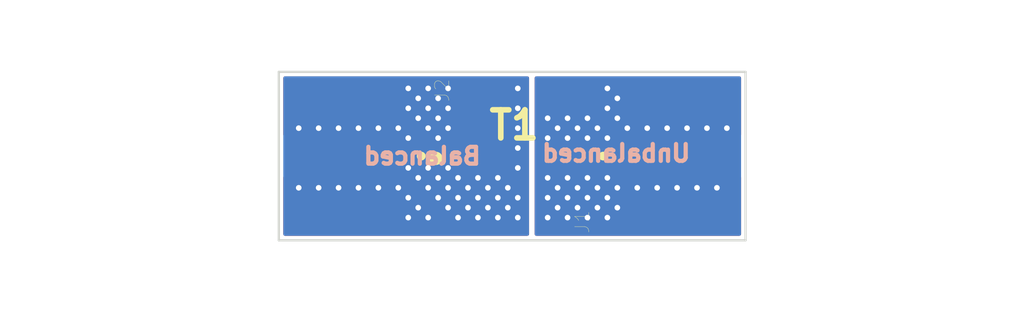
<source format=kicad_pcb>
(kicad_pcb (version 20171130) (host pcbnew "(5.1.9)-1")

  (general
    (thickness 1.6)
    (drawings 6)
    (tracks 110)
    (zones 0)
    (modules 3)
    (nets 5)
  )

  (page A4)
  (title_block
    (title "Hive Scale w/GPS")
    (date 2018-09-14)
    (rev 1)
    (comment 1 "Dave Selfors")
  )

  (layers
    (0 F.Cu mixed)
    (31 B.Cu power)
    (32 B.Adhes user)
    (33 F.Adhes user)
    (34 B.Paste user)
    (35 F.Paste user)
    (36 B.SilkS user)
    (37 F.SilkS user)
    (38 B.Mask user)
    (39 F.Mask user)
    (40 Dwgs.User user)
    (41 Cmts.User user)
    (42 Eco1.User user)
    (43 Eco2.User user)
    (44 Edge.Cuts user)
    (45 Margin user)
    (46 B.CrtYd user)
    (47 F.CrtYd user)
    (48 B.Fab user)
    (49 F.Fab user)
  )

  (setup
    (last_trace_width 0.254)
    (user_trace_width 0.254)
    (user_trace_width 0.34036)
    (user_trace_width 0.508)
    (user_trace_width 0.762)
    (user_trace_width 1.016)
    (user_trace_width 1.27)
    (user_trace_width 1.524)
    (user_trace_width 1.778)
    (user_trace_width 2.032)
    (trace_clearance 0.1524)
    (zone_clearance 0.1524)
    (zone_45_only no)
    (trace_min 0.1524)
    (via_size 0.508)
    (via_drill 0.254)
    (via_min_size 0.254)
    (via_min_drill 0.254)
    (user_via 0.349758 0.254)
    (user_via 0.508 0.254)
    (user_via 1 0.6)
    (uvia_size 0.7)
    (uvia_drill 0.4)
    (uvias_allowed no)
    (uvia_min_size 0)
    (uvia_min_drill 0)
    (edge_width 0.254)
    (segment_width 0.254)
    (pcb_text_width 0.3)
    (pcb_text_size 1.5 1.5)
    (mod_edge_width 0.15)
    (mod_text_size 1 1)
    (mod_text_width 0.15)
    (pad_size 4.299999 4.299999)
    (pad_drill 4.299999)
    (pad_to_mask_clearance 0.2)
    (solder_mask_min_width 0.25)
    (aux_axis_origin 51.054 120.015)
    (grid_origin 51.054 120.015)
    (visible_elements 7FFDFE7F)
    (pcbplotparams
      (layerselection 0x010fc_7ffffffe)
      (usegerberextensions false)
      (usegerberattributes false)
      (usegerberadvancedattributes false)
      (creategerberjobfile false)
      (excludeedgelayer false)
      (linewidth 0.100000)
      (plotframeref false)
      (viasonmask false)
      (mode 1)
      (useauxorigin false)
      (hpglpennumber 1)
      (hpglpenspeed 20)
      (hpglpendiameter 15.000000)
      (psnegative false)
      (psa4output false)
      (plotreference true)
      (plotvalue false)
      (plotinvisibletext false)
      (padsonsilk false)
      (subtractmaskfromsilk false)
      (outputformat 1)
      (mirror false)
      (drillshape 0)
      (scaleselection 1)
      (outputdirectory "Gerbers/"))
  )

  (net 0 "")
  (net 1 GND)
  (net 2 "Net-(J1-Pad1)")
  (net 3 "Net-(J2-Pad1)")
  (net 4 "Net-(J2-PadS1)")

  (net_class Default "This is the default net class."
    (clearance 0.1524)
    (trace_width 0.254)
    (via_dia 0.508)
    (via_drill 0.254)
    (uvia_dia 0.7)
    (uvia_drill 0.4)
    (diff_pair_width 0.2032)
    (diff_pair_gap 0.25)
    (add_net GND)
    (add_net "Net-(J1-Pad1)")
    (add_net "Net-(J2-Pad1)")
    (add_net "Net-(J2-PadS1)")
  )

  (module SamacSys_Parts:MABACT0039 (layer F.Cu) (tedit 0) (tstamp 600E5BEF)
    (at 78.178 102.87 180)
    (descr MABACT0039-1)
    (tags Transformer)
    (path /600E9496)
    (attr smd)
    (fp_text reference T1 (at 0.618 0) (layer F.SilkS)
      (effects (font (size 1.27 1.27) (thickness 0.254)))
    )
    (fp_text value MABACT0039 (at 0.618 0) (layer F.SilkS) hide
      (effects (font (size 1.27 1.27) (thickness 0.254)))
    )
    (fp_line (start 4.3 -1.5) (end 4.3 -1.5) (layer F.SilkS) (width 0.3))
    (fp_line (start 4 -1.5) (end 4 -1.5) (layer F.SilkS) (width 0.3))
    (fp_line (start -4.065 3.1) (end -4.065 -3.1) (layer F.CrtYd) (width 0.1))
    (fp_line (start 5.3 3.1) (end -4.065 3.1) (layer F.CrtYd) (width 0.1))
    (fp_line (start 5.3 -3.1) (end 5.3 3.1) (layer F.CrtYd) (width 0.1))
    (fp_line (start -4.065 -3.1) (end 5.3 -3.1) (layer F.CrtYd) (width 0.1))
    (fp_line (start -1.3 2.1) (end -1.3 -2.1) (layer F.Fab) (width 0.2))
    (fp_line (start 1.3 2.1) (end -1.3 2.1) (layer F.Fab) (width 0.2))
    (fp_line (start 1.3 -2.1) (end 1.3 2.1) (layer F.Fab) (width 0.2))
    (fp_line (start -1.3 -2.1) (end 1.3 -2.1) (layer F.Fab) (width 0.2))
    (fp_arc (start 4.15 -1.5) (end 4.3 -1.5) (angle -180) (layer F.SilkS) (width 0.3))
    (fp_arc (start 4.15 -1.5) (end 4 -1.5) (angle -180) (layer F.SilkS) (width 0.3))
    (fp_text user %R (at 0.618 0) (layer F.Fab)
      (effects (font (size 1.27 1.27) (thickness 0.254)))
    )
    (pad 5 smd rect (at -2.105 -1.5 270) (size 0.91 1.92) (layers F.Cu F.Paste F.Mask)
      (net 2 "Net-(J1-Pad1)"))
    (pad 4 smd rect (at -2.105 1.5 270) (size 0.91 1.92) (layers F.Cu F.Paste F.Mask)
      (net 1 GND))
    (pad 3 smd rect (at 2.105 1.5 270) (size 0.91 1.92) (layers F.Cu F.Paste F.Mask)
      (net 4 "Net-(J2-PadS1)"))
    (pad 2 smd rect (at 2.105 0 270) (size 0.91 1.92) (layers F.Cu F.Paste F.Mask))
    (pad 1 smd rect (at 2.105 -1.5 270) (size 0.91 1.92) (layers F.Cu F.Paste F.Mask)
      (net 3 "Net-(J2-Pad1)"))
    (model "C:\\Users\\Den PC\\Documents\\KiCad\\Libraries\\SamacSys_Parts.3dshapes\\MABACT0039.stp"
      (at (xyz 0 0 0))
      (scale (xyz 1 1 1))
      (rotate (xyz 0 0 0))
    )
  )

  (module Libraries:LINX_CONSMA013.062 (layer F.Cu) (tedit 601583CE) (tstamp 60180D8D)
    (at 67.31 104.267 270)
    (path /6018320F)
    (fp_text reference J2 (at -2.978 -6.9964 90) (layer F.SilkS)
      (effects (font (size 0.64 0.64) (thickness 0.015)))
    )
    (fp_text value CONSMA013.062 (at 2.3052 -5.9564 90) (layer F.Fab)
      (effects (font (size 0.64 0.64) (thickness 0.015)))
    )
    (fp_line (start 3.55 -5.33) (end -3.55 -5.33) (layer F.CrtYd) (width 0.05))
    (fp_line (start 3.55 12.95) (end 3.55 -5.33) (layer F.CrtYd) (width 0.05))
    (fp_line (start -3.55 12.95) (end 3.55 12.95) (layer F.CrtYd) (width 0.05))
    (fp_line (start -3.55 -5.33) (end -3.55 12.95) (layer F.CrtYd) (width 0.05))
    (fp_line (start 0.375 -4.75) (end 0.375 0) (layer F.Fab) (width 0.127))
    (fp_line (start -0.375 -4.75) (end 0.375 -4.75) (layer F.Fab) (width 0.127))
    (fp_line (start -0.375 0) (end -0.375 -4.75) (layer F.Fab) (width 0.127))
    (fp_line (start 3.175 -4.75) (end 3.175 0) (layer F.Fab) (width 0.127))
    (fp_line (start 2.175 -4.75) (end 3.175 -4.75) (layer F.Fab) (width 0.127))
    (fp_line (start 2.175 0) (end 2.175 -4.75) (layer F.Fab) (width 0.127))
    (fp_line (start -3.175 -4.75) (end -3.175 0) (layer F.Fab) (width 0.127))
    (fp_line (start -2.175 -4.75) (end -3.175 -4.75) (layer F.Fab) (width 0.127))
    (fp_line (start -2.175 0) (end -2.175 -4.75) (layer F.Fab) (width 0.127))
    (fp_line (start 3.175 0) (end 3.175 12.7) (layer F.Fab) (width 0.127))
    (fp_line (start 2.175 0) (end 3.175 0) (layer F.Fab) (width 0.127))
    (fp_line (start 0.375 0) (end 2.175 0) (layer F.Fab) (width 0.127))
    (fp_line (start -0.375 0) (end 0.375 0) (layer F.Fab) (width 0.127))
    (fp_line (start -2.175 0) (end -0.375 0) (layer F.Fab) (width 0.127))
    (fp_line (start -3.175 0) (end -2.175 0) (layer F.Fab) (width 0.127))
    (fp_line (start -3.175 12.7) (end -3.175 0) (layer F.Fab) (width 0.127))
    (fp_line (start -3.175 12.7) (end 3.175 12.7) (layer F.Fab) (width 0.127))
    (fp_line (start 3.175 0) (end 6.09 0) (layer F.Fab) (width 0.127))
    (fp_line (start -6.09 0) (end -3.175 0) (layer F.Fab) (width 0.127))
    (fp_circle (center 0 -6.05) (end 0.1 -6.05) (layer F.SilkS) (width 0.2))
    (fp_circle (center 0 -6.05) (end 0.1 -6.05) (layer F.Fab) (width 0.2))
    (fp_line (start 3.55 -5.33) (end -3.55 -5.33) (layer B.CrtYd) (width 0.05))
    (fp_line (start 3.55 12.95) (end 3.55 -5.33) (layer B.CrtYd) (width 0.05))
    (fp_line (start -3.55 12.95) (end 3.55 12.95) (layer B.CrtYd) (width 0.05))
    (fp_line (start -3.55 -5.33) (end -3.55 12.95) (layer B.CrtYd) (width 0.05))
    (fp_text user PCB~Edge (at 5 0.97 90) (layer F.Fab)
      (effects (font (size 0.64 0.64) (thickness 0.015)))
    )
    (pad S4 smd rect (at 2.54 -2.54 270) (size 1.52 5.08) (layers B.Cu B.Paste B.Mask)
      (net 4 "Net-(J2-PadS1)"))
    (pad S3 smd rect (at -2.54 -2.54 270) (size 1.52 5.08) (layers B.Cu B.Paste B.Mask)
      (net 4 "Net-(J2-PadS1)"))
    (pad S2 smd rect (at 2.54 -2.54 270) (size 1.52 5.08) (layers F.Cu F.Paste F.Mask)
      (net 4 "Net-(J2-PadS1)"))
    (pad 1 smd rect (at 0 -2.54 270) (size 1.52 5.08) (layers F.Cu F.Paste F.Mask)
      (net 3 "Net-(J2-Pad1)"))
    (pad S1 smd rect (at -2.54 -2.54 270) (size 1.52 5.08) (layers F.Cu F.Paste F.Mask)
      (net 4 "Net-(J2-PadS1)"))
  )

  (module Libraries:LINX_CONSMA013.062 (layer F.Cu) (tedit 601583CE) (tstamp 60180D66)
    (at 87.63 104.267 90)
    (path /601821D0)
    (fp_text reference J1 (at -2.978 -6.9964 90) (layer F.SilkS)
      (effects (font (size 0.64 0.64) (thickness 0.015)))
    )
    (fp_text value CONSMA013.062 (at 2.3052 -5.9564 90) (layer F.Fab)
      (effects (font (size 0.64 0.64) (thickness 0.015)))
    )
    (fp_line (start 3.55 -5.33) (end -3.55 -5.33) (layer F.CrtYd) (width 0.05))
    (fp_line (start 3.55 12.95) (end 3.55 -5.33) (layer F.CrtYd) (width 0.05))
    (fp_line (start -3.55 12.95) (end 3.55 12.95) (layer F.CrtYd) (width 0.05))
    (fp_line (start -3.55 -5.33) (end -3.55 12.95) (layer F.CrtYd) (width 0.05))
    (fp_line (start 0.375 -4.75) (end 0.375 0) (layer F.Fab) (width 0.127))
    (fp_line (start -0.375 -4.75) (end 0.375 -4.75) (layer F.Fab) (width 0.127))
    (fp_line (start -0.375 0) (end -0.375 -4.75) (layer F.Fab) (width 0.127))
    (fp_line (start 3.175 -4.75) (end 3.175 0) (layer F.Fab) (width 0.127))
    (fp_line (start 2.175 -4.75) (end 3.175 -4.75) (layer F.Fab) (width 0.127))
    (fp_line (start 2.175 0) (end 2.175 -4.75) (layer F.Fab) (width 0.127))
    (fp_line (start -3.175 -4.75) (end -3.175 0) (layer F.Fab) (width 0.127))
    (fp_line (start -2.175 -4.75) (end -3.175 -4.75) (layer F.Fab) (width 0.127))
    (fp_line (start -2.175 0) (end -2.175 -4.75) (layer F.Fab) (width 0.127))
    (fp_line (start 3.175 0) (end 3.175 12.7) (layer F.Fab) (width 0.127))
    (fp_line (start 2.175 0) (end 3.175 0) (layer F.Fab) (width 0.127))
    (fp_line (start 0.375 0) (end 2.175 0) (layer F.Fab) (width 0.127))
    (fp_line (start -0.375 0) (end 0.375 0) (layer F.Fab) (width 0.127))
    (fp_line (start -2.175 0) (end -0.375 0) (layer F.Fab) (width 0.127))
    (fp_line (start -3.175 0) (end -2.175 0) (layer F.Fab) (width 0.127))
    (fp_line (start -3.175 12.7) (end -3.175 0) (layer F.Fab) (width 0.127))
    (fp_line (start -3.175 12.7) (end 3.175 12.7) (layer F.Fab) (width 0.127))
    (fp_line (start 3.175 0) (end 6.09 0) (layer F.Fab) (width 0.127))
    (fp_line (start -6.09 0) (end -3.175 0) (layer F.Fab) (width 0.127))
    (fp_circle (center 0 -6.05) (end 0.1 -6.05) (layer F.SilkS) (width 0.2))
    (fp_circle (center 0 -6.05) (end 0.1 -6.05) (layer F.Fab) (width 0.2))
    (fp_line (start 3.55 -5.33) (end -3.55 -5.33) (layer B.CrtYd) (width 0.05))
    (fp_line (start 3.55 12.95) (end 3.55 -5.33) (layer B.CrtYd) (width 0.05))
    (fp_line (start -3.55 12.95) (end 3.55 12.95) (layer B.CrtYd) (width 0.05))
    (fp_line (start -3.55 -5.33) (end -3.55 12.95) (layer B.CrtYd) (width 0.05))
    (fp_text user PCB~Edge (at 5 0.97 90) (layer F.Fab)
      (effects (font (size 0.64 0.64) (thickness 0.015)))
    )
    (pad S4 smd rect (at 2.54 -2.54 90) (size 1.52 5.08) (layers B.Cu B.Paste B.Mask)
      (net 1 GND))
    (pad S3 smd rect (at -2.54 -2.54 90) (size 1.52 5.08) (layers B.Cu B.Paste B.Mask)
      (net 1 GND))
    (pad S2 smd rect (at 2.54 -2.54 90) (size 1.52 5.08) (layers F.Cu F.Paste F.Mask)
      (net 1 GND))
    (pad 1 smd rect (at 0 -2.54 90) (size 1.52 5.08) (layers F.Cu F.Paste F.Mask)
      (net 2 "Net-(J1-Pad1)"))
    (pad S1 smd rect (at -2.54 -2.54 90) (size 1.52 5.08) (layers F.Cu F.Paste F.Mask)
      (net 1 GND))
  )

  (gr_text Balanced (at 73.406 104.267) (layer B.SilkS) (tstamp 602B3852)
    (effects (font (size 0.762 0.762) (thickness 0.1905)) (justify mirror))
  )
  (gr_text Unbalanced (at 82.169 104.14) (layer B.SilkS)
    (effects (font (size 0.762 0.762) (thickness 0.1905)) (justify mirror))
  )
  (gr_line (start 88.011 100.457) (end 88.011 108.077) (layer Edge.Cuts) (width 0.1))
  (gr_line (start 66.929 100.457) (end 88.011 100.457) (layer Edge.Cuts) (width 0.1))
  (gr_line (start 66.929 108.077) (end 66.929 100.457) (layer Edge.Cuts) (width 0.1))
  (gr_line (start 88.011 108.077) (end 66.929 108.077) (layer Edge.Cuts) (width 0.1))

  (via (at 79.071689 102.553739) (size 0.349758) (drill 0.254) (layers F.Cu B.Cu) (net 1) (tstamp 21))
  (via (at 79.071689 103.453255) (size 0.349758) (drill 0.254) (layers F.Cu B.Cu) (net 1) (tstamp 21))
  (via (at 79.071689 105.252287) (size 0.349758) (drill 0.254) (layers F.Cu B.Cu) (net 1) (tstamp 21))
  (via (at 79.071689 106.151803) (size 0.349758) (drill 0.254) (layers F.Cu B.Cu) (net 1) (tstamp 21))
  (via (at 79.071689 107.051319) (size 0.349758) (drill 0.254) (layers F.Cu B.Cu) (net 1) (tstamp 21))
  (via (at 79.521447 103.003497) (size 0.349758) (drill 0.254) (layers F.Cu B.Cu) (net 1) (tstamp 21))
  (via (at 79.521447 105.702045) (size 0.349758) (drill 0.254) (layers F.Cu B.Cu) (net 1) (tstamp 21))
  (via (at 79.521447 106.601561) (size 0.349758) (drill 0.254) (layers F.Cu B.Cu) (net 1) (tstamp 21))
  (via (at 79.971205 102.553739) (size 0.349758) (drill 0.254) (layers F.Cu B.Cu) (net 1) (tstamp 21))
  (via (at 79.971205 103.453255) (size 0.349758) (drill 0.254) (layers F.Cu B.Cu) (net 1) (tstamp 21))
  (via (at 79.971205 105.252287) (size 0.349758) (drill 0.254) (layers F.Cu B.Cu) (net 1) (tstamp 21))
  (via (at 79.971205 106.151803) (size 0.349758) (drill 0.254) (layers F.Cu B.Cu) (net 1) (tstamp 21))
  (via (at 79.971205 107.051319) (size 0.349758) (drill 0.254) (layers F.Cu B.Cu) (net 1) (tstamp 21))
  (via (at 80.420963 103.003497) (size 0.349758) (drill 0.254) (layers F.Cu B.Cu) (net 1) (tstamp 21))
  (via (at 80.420963 105.702045) (size 0.349758) (drill 0.254) (layers F.Cu B.Cu) (net 1) (tstamp 21))
  (via (at 80.420963 106.601561) (size 0.349758) (drill 0.254) (layers F.Cu B.Cu) (net 1) (tstamp 21))
  (via (at 80.870721 102.553739) (size 0.349758) (drill 0.254) (layers F.Cu B.Cu) (net 1) (tstamp 21))
  (via (at 80.870721 103.453255) (size 0.349758) (drill 0.254) (layers F.Cu B.Cu) (net 1) (tstamp 21))
  (via (at 80.870721 105.252287) (size 0.349758) (drill 0.254) (layers F.Cu B.Cu) (net 1) (tstamp 21))
  (via (at 80.870721 106.151803) (size 0.349758) (drill 0.254) (layers F.Cu B.Cu) (net 1) (tstamp 21))
  (via (at 80.870721 107.051319) (size 0.349758) (drill 0.254) (layers F.Cu B.Cu) (net 1) (tstamp 21))
  (via (at 81.320479 103.003497) (size 0.349758) (drill 0.254) (layers F.Cu B.Cu) (net 1) (tstamp 21))
  (via (at 81.320479 105.702045) (size 0.349758) (drill 0.254) (layers F.Cu B.Cu) (net 1) (tstamp 21))
  (via (at 81.320479 106.601561) (size 0.349758) (drill 0.254) (layers F.Cu B.Cu) (net 1) (tstamp 21))
  (via (at 81.770237 101.204465) (size 0.349758) (drill 0.254) (layers F.Cu B.Cu) (net 1) (tstamp 21))
  (via (at 81.770237 102.103981) (size 0.349758) (drill 0.254) (layers F.Cu B.Cu) (net 1) (tstamp 21))
  (via (at 81.770237 103.453255) (size 0.349758) (drill 0.254) (layers F.Cu B.Cu) (net 1) (tstamp 21))
  (via (at 81.770237 105.252287) (size 0.349758) (drill 0.254) (layers F.Cu B.Cu) (net 1) (tstamp 21))
  (via (at 81.770237 106.151803) (size 0.349758) (drill 0.254) (layers F.Cu B.Cu) (net 1) (tstamp 21))
  (via (at 81.770237 107.051319) (size 0.349758) (drill 0.254) (layers F.Cu B.Cu) (net 1) (tstamp 21))
  (via (at 82.219995 101.654223) (size 0.349758) (drill 0.254) (layers F.Cu B.Cu) (net 1) (tstamp 21))
  (via (at 82.219995 102.553739) (size 0.349758) (drill 0.254) (layers F.Cu B.Cu) (net 1) (tstamp 21))
  (via (at 82.219995 105.702045) (size 0.349758) (drill 0.254) (layers F.Cu B.Cu) (net 1) (tstamp 21))
  (via (at 82.219995 106.601561) (size 0.349758) (drill 0.254) (layers F.Cu B.Cu) (net 1) (tstamp 21))
  (via (at 82.669753 103.003497) (size 0.349758) (drill 0.254) (layers F.Cu B.Cu) (net 1) (tstamp 21))
  (via (at 83.119511 105.702045) (size 0.349758) (drill 0.254) (layers F.Cu B.Cu) (net 1) (tstamp 21))
  (via (at 83.569269 103.003497) (size 0.349758) (drill 0.254) (layers F.Cu B.Cu) (net 1) (tstamp 21))
  (via (at 84.019027 105.702045) (size 0.349758) (drill 0.254) (layers F.Cu B.Cu) (net 1) (tstamp 21))
  (via (at 84.468785 103.003497) (size 0.349758) (drill 0.254) (layers F.Cu B.Cu) (net 1) (tstamp 21))
  (via (at 84.918543 105.702045) (size 0.349758) (drill 0.254) (layers F.Cu B.Cu) (net 1) (tstamp 21))
  (via (at 85.368301 103.003497) (size 0.349758) (drill 0.254) (layers F.Cu B.Cu) (net 1) (tstamp 21))
  (via (at 85.818059 105.702045) (size 0.349758) (drill 0.254) (layers F.Cu B.Cu) (net 1) (tstamp 21))
  (via (at 86.267817 103.003497) (size 0.349758) (drill 0.254) (layers F.Cu B.Cu) (net 1) (tstamp 21))
  (via (at 86.717575 105.702045) (size 0.349758) (drill 0.254) (layers F.Cu B.Cu) (net 1) (tstamp 21))
  (via (at 87.167333 103.003497) (size 0.349758) (drill 0.254) (layers F.Cu B.Cu) (net 1) (tstamp 21))
  (segment (start 84.987 104.37) (end 85.09 104.267) (width 0.254) (layer F.Cu) (net 2))
  (segment (start 80.283 104.37) (end 84.987 104.37) (width 0.34036) (layer F.Cu) (net 2))
  (segment (start 75.97 104.267) (end 76.073 104.37) (width 0.254) (layer F.Cu) (net 3))
  (segment (start 69.977 104.267) (end 75.97 104.267) (width 0.34036) (layer F.Cu) (net 3))
  (via (at 67.827739 103.003497) (size 0.349758) (drill 0.254) (layers F.Cu B.Cu) (net 4) (tstamp 21))
  (via (at 67.827739 105.702045) (size 0.349758) (drill 0.254) (layers F.Cu B.Cu) (net 4) (tstamp 21))
  (via (at 68.727255 103.003497) (size 0.349758) (drill 0.254) (layers F.Cu B.Cu) (net 4) (tstamp 21))
  (via (at 68.727255 105.702045) (size 0.349758) (drill 0.254) (layers F.Cu B.Cu) (net 4) (tstamp 21))
  (via (at 69.626771 103.003497) (size 0.349758) (drill 0.254) (layers F.Cu B.Cu) (net 4) (tstamp 21))
  (via (at 69.626771 105.702045) (size 0.349758) (drill 0.254) (layers F.Cu B.Cu) (net 4) (tstamp 21))
  (via (at 70.526287 103.003497) (size 0.349758) (drill 0.254) (layers F.Cu B.Cu) (net 4) (tstamp 21))
  (via (at 70.526287 105.702045) (size 0.349758) (drill 0.254) (layers F.Cu B.Cu) (net 4) (tstamp 21))
  (via (at 71.425803 103.003497) (size 0.349758) (drill 0.254) (layers F.Cu B.Cu) (net 4) (tstamp 21))
  (via (at 71.425803 105.702045) (size 0.349758) (drill 0.254) (layers F.Cu B.Cu) (net 4) (tstamp 21))
  (via (at 72.325319 103.003497) (size 0.349758) (drill 0.254) (layers F.Cu B.Cu) (net 4) (tstamp 21))
  (via (at 72.325319 105.702045) (size 0.349758) (drill 0.254) (layers F.Cu B.Cu) (net 4) (tstamp 21))
  (via (at 72.775077 101.204465) (size 0.349758) (drill 0.254) (layers F.Cu B.Cu) (net 4) (tstamp 21))
  (via (at 72.775077 102.103981) (size 0.349758) (drill 0.254) (layers F.Cu B.Cu) (net 4) (tstamp 21))
  (via (at 72.775077 103.453255) (size 0.349758) (drill 0.254) (layers F.Cu B.Cu) (net 4) (tstamp 21))
  (via (at 72.775077 104.802529) (size 0.349758) (drill 0.254) (layers F.Cu B.Cu) (net 4) (tstamp 21))
  (via (at 72.775077 106.151803) (size 0.349758) (drill 0.254) (layers F.Cu B.Cu) (net 4) (tstamp 21))
  (via (at 72.775077 107.051319) (size 0.349758) (drill 0.254) (layers F.Cu B.Cu) (net 4) (tstamp 21))
  (via (at 73.224835 101.654223) (size 0.349758) (drill 0.254) (layers F.Cu B.Cu) (net 4) (tstamp 21))
  (via (at 73.224835 102.553739) (size 0.349758) (drill 0.254) (layers F.Cu B.Cu) (net 4) (tstamp 21))
  (via (at 73.224835 105.252287) (size 0.349758) (drill 0.254) (layers F.Cu B.Cu) (net 4) (tstamp 21))
  (via (at 73.224835 106.601561) (size 0.349758) (drill 0.254) (layers F.Cu B.Cu) (net 4) (tstamp 21))
  (via (at 73.674593 101.204465) (size 0.349758) (drill 0.254) (layers F.Cu B.Cu) (net 4) (tstamp 21))
  (via (at 73.674593 102.103981) (size 0.349758) (drill 0.254) (layers F.Cu B.Cu) (net 4) (tstamp 21))
  (via (at 73.674593 103.003497) (size 0.349758) (drill 0.254) (layers F.Cu B.Cu) (net 4) (tstamp 21))
  (via (at 73.674593 104.802529) (size 0.349758) (drill 0.254) (layers F.Cu B.Cu) (net 4) (tstamp 21))
  (via (at 73.674593 105.702045) (size 0.349758) (drill 0.254) (layers F.Cu B.Cu) (net 4) (tstamp 21))
  (via (at 73.674593 107.051319) (size 0.349758) (drill 0.254) (layers F.Cu B.Cu) (net 4) (tstamp 21))
  (via (at 74.124351 101.654223) (size 0.349758) (drill 0.254) (layers F.Cu B.Cu) (net 4) (tstamp 21))
  (via (at 74.124351 102.553739) (size 0.349758) (drill 0.254) (layers F.Cu B.Cu) (net 4) (tstamp 21))
  (via (at 74.124351 103.453255) (size 0.349758) (drill 0.254) (layers F.Cu B.Cu) (net 4) (tstamp 21))
  (via (at 74.124351 105.252287) (size 0.349758) (drill 0.254) (layers F.Cu B.Cu) (net 4) (tstamp 21))
  (via (at 74.124351 106.151803) (size 0.349758) (drill 0.254) (layers F.Cu B.Cu) (net 4) (tstamp 21))
  (via (at 74.574109 101.204465) (size 0.349758) (drill 0.254) (layers F.Cu B.Cu) (net 4) (tstamp 21))
  (via (at 74.574109 102.103981) (size 0.349758) (drill 0.254) (layers F.Cu B.Cu) (net 4) (tstamp 21))
  (via (at 74.574109 103.003497) (size 0.349758) (drill 0.254) (layers F.Cu B.Cu) (net 4) (tstamp 21))
  (via (at 74.574109 104.802529) (size 0.349758) (drill 0.254) (layers F.Cu B.Cu) (net 4) (tstamp 21))
  (via (at 74.574109 105.702045) (size 0.349758) (drill 0.254) (layers F.Cu B.Cu) (net 4) (tstamp 21))
  (via (at 74.574109 106.601561) (size 0.349758) (drill 0.254) (layers F.Cu B.Cu) (net 4) (tstamp 21))
  (via (at 75.023867 105.252287) (size 0.349758) (drill 0.254) (layers F.Cu B.Cu) (net 4) (tstamp 21))
  (via (at 75.023867 106.151803) (size 0.349758) (drill 0.254) (layers F.Cu B.Cu) (net 4) (tstamp 21))
  (via (at 75.023867 107.051319) (size 0.349758) (drill 0.254) (layers F.Cu B.Cu) (net 4) (tstamp 21))
  (via (at 75.473625 105.702045) (size 0.349758) (drill 0.254) (layers F.Cu B.Cu) (net 4) (tstamp 21))
  (via (at 75.473625 106.601561) (size 0.349758) (drill 0.254) (layers F.Cu B.Cu) (net 4) (tstamp 21))
  (via (at 75.923383 105.252287) (size 0.349758) (drill 0.254) (layers F.Cu B.Cu) (net 4) (tstamp 21))
  (via (at 75.923383 106.151803) (size 0.349758) (drill 0.254) (layers F.Cu B.Cu) (net 4) (tstamp 21))
  (via (at 75.923383 107.051319) (size 0.349758) (drill 0.254) (layers F.Cu B.Cu) (net 4) (tstamp 21))
  (via (at 76.373141 105.702045) (size 0.349758) (drill 0.254) (layers F.Cu B.Cu) (net 4) (tstamp 21))
  (via (at 76.373141 106.601561) (size 0.349758) (drill 0.254) (layers F.Cu B.Cu) (net 4) (tstamp 21))
  (via (at 76.822899 105.252287) (size 0.349758) (drill 0.254) (layers F.Cu B.Cu) (net 4) (tstamp 21))
  (via (at 76.822899 106.151803) (size 0.349758) (drill 0.254) (layers F.Cu B.Cu) (net 4) (tstamp 21))
  (via (at 76.822899 107.051319) (size 0.349758) (drill 0.254) (layers F.Cu B.Cu) (net 4) (tstamp 21))
  (via (at 77.272657 105.702045) (size 0.349758) (drill 0.254) (layers F.Cu B.Cu) (net 4) (tstamp 21))
  (via (at 77.272657 106.601561) (size 0.349758) (drill 0.254) (layers F.Cu B.Cu) (net 4) (tstamp 21))
  (via (at 77.722415 101.204465) (size 0.349758) (drill 0.254) (layers F.Cu B.Cu) (net 4) (tstamp 21))
  (via (at 77.722415 102.103981) (size 0.349758) (drill 0.254) (layers F.Cu B.Cu) (net 4) (tstamp 21))
  (via (at 77.722415 103.003497) (size 0.349758) (drill 0.254) (layers F.Cu B.Cu) (net 4) (tstamp 21))
  (via (at 77.722415 103.903013) (size 0.349758) (drill 0.254) (layers F.Cu B.Cu) (net 4) (tstamp 21))
  (via (at 77.722415 104.802529) (size 0.349758) (drill 0.254) (layers F.Cu B.Cu) (net 4) (tstamp 21))
  (via (at 77.722415 106.151803) (size 0.349758) (drill 0.254) (layers F.Cu B.Cu) (net 4) (tstamp 21))
  (via (at 77.722415 107.051319) (size 0.349758) (drill 0.254) (layers F.Cu B.Cu) (net 4) (tstamp 21))

  (zone (net 4) (net_name "Net-(J2-PadS1)") (layer F.Cu) (tstamp 0) (hatch edge 0.508)
    (connect_pads yes (clearance 0.1524))
    (min_thickness 0.1524)
    (fill yes (arc_segments 32) (thermal_gap 0.508) (thermal_bridge_width 0.508))
    (polygon
      (pts
        (xy 78.232 108.077) (xy 67.056 108.077) (xy 66.929 100.457) (xy 78.232 100.457)
      )
    )
    (filled_polygon
      (pts
        (xy 78.1558 107.7984) (xy 67.2076 107.7984) (xy 67.2076 105.231473) (xy 67.222095 105.239221) (xy 67.265187 105.252292)
        (xy 67.31 105.256706) (xy 72.39 105.256706) (xy 72.434813 105.252292) (xy 72.477905 105.239221) (xy 72.517618 105.217994)
        (xy 72.552427 105.189427) (xy 72.580994 105.154618) (xy 72.602221 105.114905) (xy 72.615292 105.071813) (xy 72.619706 105.027)
        (xy 72.619706 104.66578) (xy 74.883294 104.66578) (xy 74.883294 104.825) (xy 74.887708 104.869813) (xy 74.900779 104.912905)
        (xy 74.922006 104.952618) (xy 74.950573 104.987427) (xy 74.985382 105.015994) (xy 75.025095 105.037221) (xy 75.068187 105.050292)
        (xy 75.113 105.054706) (xy 77.033 105.054706) (xy 77.077813 105.050292) (xy 77.120905 105.037221) (xy 77.160618 105.015994)
        (xy 77.195427 104.987427) (xy 77.223994 104.952618) (xy 77.245221 104.912905) (xy 77.258292 104.869813) (xy 77.262706 104.825)
        (xy 77.262706 103.915) (xy 77.258292 103.870187) (xy 77.245221 103.827095) (xy 77.223994 103.787382) (xy 77.195427 103.752573)
        (xy 77.160618 103.724006) (xy 77.120905 103.702779) (xy 77.077813 103.689708) (xy 77.033 103.685294) (xy 75.113 103.685294)
        (xy 75.068187 103.689708) (xy 75.025095 103.702779) (xy 74.985382 103.724006) (xy 74.950573 103.752573) (xy 74.922006 103.787382)
        (xy 74.900779 103.827095) (xy 74.888305 103.86822) (xy 72.619706 103.86822) (xy 72.619706 103.507) (xy 72.615292 103.462187)
        (xy 72.602221 103.419095) (xy 72.580994 103.379382) (xy 72.552427 103.344573) (xy 72.517618 103.316006) (xy 72.477905 103.294779)
        (xy 72.434813 103.281708) (xy 72.39 103.277294) (xy 67.31 103.277294) (xy 67.265187 103.281708) (xy 67.222095 103.294779)
        (xy 67.2076 103.302527) (xy 67.2076 102.415) (xy 74.883294 102.415) (xy 74.883294 103.325) (xy 74.887708 103.369813)
        (xy 74.900779 103.412905) (xy 74.922006 103.452618) (xy 74.950573 103.487427) (xy 74.985382 103.515994) (xy 75.025095 103.537221)
        (xy 75.068187 103.550292) (xy 75.113 103.554706) (xy 77.033 103.554706) (xy 77.077813 103.550292) (xy 77.120905 103.537221)
        (xy 77.160618 103.515994) (xy 77.195427 103.487427) (xy 77.223994 103.452618) (xy 77.245221 103.412905) (xy 77.258292 103.369813)
        (xy 77.262706 103.325) (xy 77.262706 102.415) (xy 77.258292 102.370187) (xy 77.245221 102.327095) (xy 77.223994 102.287382)
        (xy 77.195427 102.252573) (xy 77.160618 102.224006) (xy 77.120905 102.202779) (xy 77.077813 102.189708) (xy 77.033 102.185294)
        (xy 75.113 102.185294) (xy 75.068187 102.189708) (xy 75.025095 102.202779) (xy 74.985382 102.224006) (xy 74.950573 102.252573)
        (xy 74.922006 102.287382) (xy 74.900779 102.327095) (xy 74.887708 102.370187) (xy 74.883294 102.415) (xy 67.2076 102.415)
        (xy 67.2076 100.7356) (xy 78.1558 100.7356)
      )
    )
  )
  (zone (net 1) (net_name GND) (layer F.Cu) (tstamp 0) (hatch edge 0.508)
    (connect_pads yes (clearance 0.1524))
    (min_thickness 0.1524)
    (fill yes (arc_segments 32) (thermal_gap 0.508) (thermal_bridge_width 0.508))
    (polygon
      (pts
        (xy 88.011 108.077) (xy 78.486 108.077) (xy 78.486 100.203) (xy 88.011 100.203)
      )
    )
    (filled_polygon
      (pts
        (xy 87.7324 103.302527) (xy 87.717905 103.294779) (xy 87.674813 103.281708) (xy 87.63 103.277294) (xy 82.55 103.277294)
        (xy 82.505187 103.281708) (xy 82.462095 103.294779) (xy 82.422382 103.316006) (xy 82.387573 103.344573) (xy 82.359006 103.379382)
        (xy 82.337779 103.419095) (xy 82.324708 103.462187) (xy 82.320294 103.507) (xy 82.320294 103.97122) (xy 81.472706 103.97122)
        (xy 81.472706 103.915) (xy 81.468292 103.870187) (xy 81.455221 103.827095) (xy 81.433994 103.787382) (xy 81.405427 103.752573)
        (xy 81.370618 103.724006) (xy 81.330905 103.702779) (xy 81.287813 103.689708) (xy 81.243 103.685294) (xy 79.323 103.685294)
        (xy 79.278187 103.689708) (xy 79.235095 103.702779) (xy 79.195382 103.724006) (xy 79.160573 103.752573) (xy 79.132006 103.787382)
        (xy 79.110779 103.827095) (xy 79.097708 103.870187) (xy 79.093294 103.915) (xy 79.093294 104.825) (xy 79.097708 104.869813)
        (xy 79.110779 104.912905) (xy 79.132006 104.952618) (xy 79.160573 104.987427) (xy 79.195382 105.015994) (xy 79.235095 105.037221)
        (xy 79.278187 105.050292) (xy 79.323 105.054706) (xy 81.243 105.054706) (xy 81.287813 105.050292) (xy 81.330905 105.037221)
        (xy 81.370618 105.015994) (xy 81.405427 104.987427) (xy 81.433994 104.952618) (xy 81.455221 104.912905) (xy 81.468292 104.869813)
        (xy 81.472706 104.825) (xy 81.472706 104.76878) (xy 82.320294 104.76878) (xy 82.320294 105.027) (xy 82.324708 105.071813)
        (xy 82.337779 105.114905) (xy 82.359006 105.154618) (xy 82.387573 105.189427) (xy 82.422382 105.217994) (xy 82.462095 105.239221)
        (xy 82.505187 105.252292) (xy 82.55 105.256706) (xy 87.63 105.256706) (xy 87.674813 105.252292) (xy 87.717905 105.239221)
        (xy 87.732401 105.231473) (xy 87.732401 107.7984) (xy 78.5622 107.7984) (xy 78.5622 100.7356) (xy 87.7324 100.7356)
      )
    )
  )
  (zone (net 4) (net_name "Net-(J2-PadS1)") (layer B.Cu) (tstamp 0) (hatch edge 0.508)
    (connect_pads yes (clearance 0.1524))
    (min_thickness 0.1524)
    (fill yes (arc_segments 32) (thermal_gap 0.508) (thermal_bridge_width 0.508))
    (polygon
      (pts
        (xy 78.232 107.95) (xy 66.929 108.077) (xy 66.929 100.457) (xy 78.232 100.457)
      )
    )
    (filled_polygon
      (pts
        (xy 78.1558 107.7984) (xy 67.2076 107.7984) (xy 67.2076 100.7356) (xy 78.1558 100.7356)
      )
    )
  )
  (zone (net 1) (net_name GND) (layer B.Cu) (tstamp 0) (hatch edge 0.508)
    (connect_pads yes (clearance 0.1524))
    (min_thickness 0.1524)
    (fill yes (arc_segments 32) (thermal_gap 0.508) (thermal_bridge_width 0.508))
    (polygon
      (pts
        (xy 88.011 108.077) (xy 78.486 108.077) (xy 78.486 100.457) (xy 88.011 100.457)
      )
    )
    (filled_polygon
      (pts
        (xy 87.732401 107.7984) (xy 78.5622 107.7984) (xy 78.5622 100.7356) (xy 87.7324 100.7356)
      )
    )
  )
)

</source>
